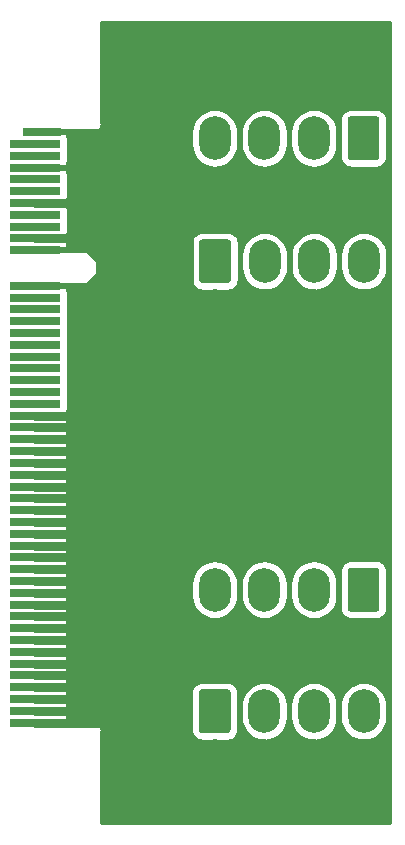
<source format=gbl>
%TF.GenerationSoftware,KiCad,Pcbnew,(5.1.10)-1*%
%TF.CreationDate,2021-09-30T13:01:54+08:00*%
%TF.ProjectId,KCORES CSPS to ATX Converter,4b434f52-4553-4204-9353-505320746f20,1.0*%
%TF.SameCoordinates,Original*%
%TF.FileFunction,Copper,L2,Bot*%
%TF.FilePolarity,Positive*%
%FSLAX46Y46*%
G04 Gerber Fmt 4.6, Leading zero omitted, Abs format (unit mm)*
G04 Created by KiCad (PCBNEW (5.1.10)-1) date 2021-09-30 13:01:54*
%MOMM*%
%LPD*%
G01*
G04 APERTURE LIST*
%TA.AperFunction,ConnectorPad*%
%ADD10R,4.300000X0.700000*%
%TD*%
%TA.AperFunction,ConnectorPad*%
%ADD11R,3.200000X0.700000*%
%TD*%
%TA.AperFunction,ComponentPad*%
%ADD12O,2.700000X3.700000*%
%TD*%
%TA.AperFunction,ViaPad*%
%ADD13C,0.800000*%
%TD*%
%TA.AperFunction,Conductor*%
%ADD14C,0.762000*%
%TD*%
%TA.AperFunction,Conductor*%
%ADD15C,0.508000*%
%TD*%
%TA.AperFunction,Conductor*%
%ADD16C,0.254000*%
%TD*%
%TA.AperFunction,Conductor*%
%ADD17C,0.100000*%
%TD*%
G04 APERTURE END LIST*
D10*
%TO.P,J1,A49*%
%TO.N,GND*%
X96381000Y-136658000D03*
%TO.P,J1,A48*%
X96381000Y-135658000D03*
%TO.P,J1,A47*%
X96381000Y-134658000D03*
%TO.P,J1,A46*%
X96381000Y-133658000D03*
%TO.P,J1,A45*%
X96381000Y-132658000D03*
%TO.P,J1,A44*%
X96381000Y-131658000D03*
%TO.P,J1,A43*%
X96381000Y-130658000D03*
%TO.P,J1,A42*%
X96381000Y-129658000D03*
%TO.P,J1,A13*%
%TO.N,Net-(J1-PadA13)*%
X96381000Y-100658000D03*
%TO.P,J1,A12*%
%TO.N,GND*%
X96381000Y-99658000D03*
%TO.P,J1,A18*%
%TO.N,Net-(J1-PadA18)*%
X96381000Y-105658000D03*
%TO.P,J1,A17*%
%TO.N,Net-(J1-PadA17)*%
X96381000Y-104658000D03*
%TO.P,J1,A16*%
%TO.N,Net-(J1-PadA16)*%
X96381000Y-103658000D03*
%TO.P,J1,A15*%
%TO.N,Net-(J1-PadA15)*%
X96381000Y-102658000D03*
%TO.P,J1,A14*%
%TO.N,Net-(J1-PadA14)*%
X96381000Y-101658000D03*
%TO.P,J1,A11*%
%TO.N,GND*%
X96381000Y-96658000D03*
%TO.P,J1,A10*%
X96381000Y-95658000D03*
%TO.P,J1,A9*%
%TO.N,Net-(J1-PadA9)*%
X96381000Y-94658000D03*
%TO.P,J1,A8*%
%TO.N,Net-(J1-PadA8)*%
X96381000Y-93658000D03*
%TO.P,J1,A7*%
%TO.N,GND*%
X96381000Y-92658000D03*
%TO.P,J1,A6*%
%TO.N,Net-(J1-PadA6)*%
X96381000Y-91658000D03*
%TO.P,J1,A5*%
%TO.N,Net-(J1-PadA5)*%
X96381000Y-90658000D03*
%TO.P,J1,A4*%
%TO.N,GND*%
X96381000Y-89658000D03*
%TO.P,J1,A3*%
%TO.N,Net-(J1-PadA3)*%
X96381000Y-88658000D03*
%TO.P,J1,A2*%
%TO.N,Net-(J1-PadA2)*%
X96381000Y-87658000D03*
D11*
%TO.P,J1,A1*%
%TO.N,GND*%
X96931000Y-86658000D03*
D10*
%TO.P,J1,A19*%
%TO.N,Net-(J1-PadA19)*%
X96381000Y-106658000D03*
%TO.P,J1,A20*%
%TO.N,Net-(J1-PadA20)*%
X96381000Y-107658000D03*
%TO.P,J1,A21*%
%TO.N,Net-(J1-PadA21)*%
X96381000Y-108658000D03*
%TO.P,J1,A22*%
%TO.N,Net-(J1-PadA22)*%
X96381000Y-109658000D03*
%TO.P,J1,A23*%
%TO.N,GND*%
X96381000Y-110658000D03*
%TO.P,J1,A24*%
X96381000Y-111658000D03*
%TO.P,J1,A25*%
X96381000Y-112658000D03*
%TO.P,J1,A26*%
X96381000Y-113658000D03*
%TO.P,J1,A27*%
X96381000Y-114658000D03*
%TO.P,J1,A28*%
X96381000Y-115658000D03*
%TO.P,J1,A29*%
X96381000Y-116658000D03*
%TO.P,J1,A30*%
X96381000Y-117658000D03*
%TO.P,J1,A31*%
X96381000Y-118658000D03*
%TO.P,J1,A32*%
X96381000Y-119658000D03*
%TO.P,J1,A33*%
X96381000Y-120658000D03*
%TO.P,J1,A34*%
X96381000Y-121658000D03*
%TO.P,J1,A35*%
X96381000Y-122658000D03*
%TO.P,J1,A36*%
X96381000Y-123658000D03*
%TO.P,J1,A37*%
X96381000Y-124658000D03*
%TO.P,J1,A38*%
X96381000Y-125658000D03*
%TO.P,J1,A39*%
X96381000Y-126658000D03*
%TO.P,J1,A40*%
X96381000Y-127658000D03*
%TO.P,J1,A41*%
X96381000Y-128658000D03*
%TD*%
D12*
%TO.P,J6,8*%
%TO.N,GND*%
X111594000Y-121193000D03*
%TO.P,J6,7*%
X115794000Y-121193000D03*
%TO.P,J6,6*%
X119994000Y-121193000D03*
%TO.P,J6,5*%
X124194000Y-121193000D03*
%TO.P,J6,4*%
%TO.N,+12V*%
X111594000Y-125393000D03*
%TO.P,J6,3*%
X115794000Y-125393000D03*
%TO.P,J6,1*%
%TA.AperFunction,ComponentPad*%
G36*
G01*
X125544000Y-123794100D02*
X125544000Y-126991900D01*
G75*
G02*
X125292900Y-127243000I-251100J0D01*
G01*
X123095100Y-127243000D01*
G75*
G02*
X122844000Y-126991900I0J251100D01*
G01*
X122844000Y-123794100D01*
G75*
G02*
X123095100Y-123543000I251100J0D01*
G01*
X125292900Y-123543000D01*
G75*
G02*
X125544000Y-123794100I0J-251100D01*
G01*
G37*
%TD.AperFunction*%
%TO.P,J6,2*%
X119994000Y-125393000D03*
%TD*%
%TO.P,J5,8*%
%TO.N,GND*%
X111594000Y-82966000D03*
%TO.P,J5,7*%
X115794000Y-82966000D03*
%TO.P,J5,6*%
X119994000Y-82966000D03*
%TO.P,J5,5*%
X124194000Y-82966000D03*
%TO.P,J5,4*%
%TO.N,+12V*%
X111594000Y-87166000D03*
%TO.P,J5,3*%
X115794000Y-87166000D03*
%TO.P,J5,1*%
%TA.AperFunction,ComponentPad*%
G36*
G01*
X125544000Y-85567100D02*
X125544000Y-88764900D01*
G75*
G02*
X125292900Y-89016000I-251100J0D01*
G01*
X123095100Y-89016000D01*
G75*
G02*
X122844000Y-88764900I0J251100D01*
G01*
X122844000Y-85567100D01*
G75*
G02*
X123095100Y-85316000I251100J0D01*
G01*
X125292900Y-85316000D01*
G75*
G02*
X125544000Y-85567100I0J-251100D01*
G01*
G37*
%TD.AperFunction*%
%TO.P,J5,2*%
X119994000Y-87166000D03*
%TD*%
%TO.P,J4,8*%
%TO.N,GND*%
X124194000Y-139880000D03*
%TO.P,J4,7*%
X119994000Y-139880000D03*
%TO.P,J4,6*%
X115794000Y-139880000D03*
%TO.P,J4,5*%
X111594000Y-139880000D03*
%TO.P,J4,4*%
%TO.N,+12V*%
X124194000Y-135680000D03*
%TO.P,J4,3*%
X119994000Y-135680000D03*
%TO.P,J4,1*%
%TA.AperFunction,ComponentPad*%
G36*
G01*
X110244000Y-137278900D02*
X110244000Y-134081100D01*
G75*
G02*
X110495100Y-133830000I251100J0D01*
G01*
X112692900Y-133830000D01*
G75*
G02*
X112944000Y-134081100I0J-251100D01*
G01*
X112944000Y-137278900D01*
G75*
G02*
X112692900Y-137530000I-251100J0D01*
G01*
X110495100Y-137530000D01*
G75*
G02*
X110244000Y-137278900I0J251100D01*
G01*
G37*
%TD.AperFunction*%
%TO.P,J4,2*%
X115794000Y-135680000D03*
%TD*%
%TO.P,J3,8*%
%TO.N,GND*%
X124221000Y-101780000D03*
%TO.P,J3,7*%
X120021000Y-101780000D03*
%TO.P,J3,6*%
X115821000Y-101780000D03*
%TO.P,J3,5*%
X111621000Y-101780000D03*
%TO.P,J3,4*%
%TO.N,+12V*%
X124221000Y-97580000D03*
%TO.P,J3,3*%
X120021000Y-97580000D03*
%TO.P,J3,1*%
%TA.AperFunction,ComponentPad*%
G36*
G01*
X110271000Y-99178900D02*
X110271000Y-95981100D01*
G75*
G02*
X110522100Y-95730000I251100J0D01*
G01*
X112719900Y-95730000D01*
G75*
G02*
X112971000Y-95981100I0J-251100D01*
G01*
X112971000Y-99178900D01*
G75*
G02*
X112719900Y-99430000I-251100J0D01*
G01*
X110522100Y-99430000D01*
G75*
G02*
X110271000Y-99178900I0J251100D01*
G01*
G37*
%TD.AperFunction*%
%TO.P,J3,2*%
X115821000Y-97580000D03*
%TD*%
D13*
%TO.N,GND*%
X101207000Y-99612000D03*
X99683000Y-100628000D03*
X99937000Y-91230000D03*
X100953000Y-92119000D03*
X100953000Y-90468000D03*
X99937000Y-94405000D03*
X100953000Y-95294000D03*
X100953000Y-93643000D03*
X99937000Y-95929000D03*
X99937000Y-92754000D03*
X100953000Y-87166000D03*
X99937000Y-87928000D03*
X100953000Y-88817000D03*
X99937000Y-89452000D03*
%TD*%
D14*
%TO.N,GND*%
X96381000Y-136658000D02*
X102007000Y-136658000D01*
X96381000Y-135658000D02*
X101356000Y-135658000D01*
X96381000Y-134658000D02*
X101201000Y-134658000D01*
X96381000Y-133658000D02*
X101197000Y-133658000D01*
X96381000Y-132658000D02*
X101181000Y-132658000D01*
X96381000Y-131658000D02*
X100911000Y-131658000D01*
X96381000Y-130658000D02*
X100895000Y-130658000D01*
X96381000Y-129658000D02*
X100879000Y-129658000D01*
X96381000Y-128658000D02*
X100609000Y-128658000D01*
X96381000Y-127658000D02*
X100678000Y-127658000D01*
X96381000Y-126658000D02*
X100440000Y-126658000D01*
X96381000Y-125658000D02*
X100180000Y-125658000D01*
X96381000Y-124658000D02*
X100291000Y-124658000D01*
X96381000Y-123658000D02*
X100021000Y-123658000D01*
X96381000Y-122658000D02*
X100386000Y-122658000D01*
X96381000Y-121658000D02*
X100266000Y-121658000D01*
X96381000Y-120658000D02*
X100282000Y-120658000D01*
X96381000Y-119658000D02*
X100425000Y-119658000D01*
X96381000Y-118658000D02*
X100322000Y-118658000D01*
X96381000Y-117658000D02*
X100560000Y-117658000D01*
X96381000Y-116658000D02*
X100163000Y-116658000D01*
X96381000Y-115658000D02*
X100274000Y-115658000D01*
X96381000Y-114658000D02*
X100258000Y-114658000D01*
X96381000Y-113658000D02*
X100394000Y-113658000D01*
X96381000Y-112658000D02*
X100226000Y-112658000D01*
X96381000Y-111658000D02*
X100426000Y-111658000D01*
X96381000Y-110658000D02*
X100315000Y-110658000D01*
D15*
X100874003Y-96658000D02*
X96381000Y-96658000D01*
X101803979Y-97587976D02*
X100874003Y-96658000D01*
X101803979Y-98728023D02*
X101803979Y-97587976D01*
X100874002Y-99658000D02*
X101803979Y-98728023D01*
X96381000Y-99658000D02*
X100874002Y-99658000D01*
D14*
X96381000Y-95658000D02*
X101444000Y-95658000D01*
X96381000Y-92658000D02*
X101049000Y-92658000D01*
D15*
X96931000Y-86658000D02*
X100953000Y-86658000D01*
X96381000Y-89658000D02*
X100874000Y-89658000D01*
X100953000Y-86658000D02*
X101588000Y-86658000D01*
%TD*%
D16*
%TO.N,GND*%
X126455000Y-145180000D02*
X101991000Y-145180000D01*
X101991000Y-137492022D01*
X102006088Y-137442283D01*
X102019314Y-137308000D01*
X102006088Y-137173717D01*
X101966919Y-137044594D01*
X101903312Y-136925593D01*
X101817711Y-136821289D01*
X101713407Y-136735688D01*
X101594406Y-136672081D01*
X101465283Y-136632912D01*
X101364647Y-136623000D01*
X99048000Y-136623000D01*
X99048000Y-134081100D01*
X109605928Y-134081100D01*
X109605928Y-137278900D01*
X109623013Y-137452369D01*
X109673612Y-137619171D01*
X109755781Y-137772897D01*
X109866360Y-137907640D01*
X110001103Y-138018219D01*
X110154829Y-138100388D01*
X110321631Y-138150987D01*
X110495100Y-138168072D01*
X112692900Y-138168072D01*
X112866369Y-138150987D01*
X113033171Y-138100388D01*
X113186897Y-138018219D01*
X113321640Y-137907640D01*
X113432219Y-137772897D01*
X113514388Y-137619171D01*
X113564987Y-137452369D01*
X113582072Y-137278900D01*
X113582072Y-135082491D01*
X113809000Y-135082491D01*
X113809000Y-136277510D01*
X113837722Y-136569128D01*
X113951226Y-136943302D01*
X114135548Y-137288143D01*
X114383603Y-137590398D01*
X114685858Y-137838453D01*
X115030699Y-138022774D01*
X115404873Y-138136278D01*
X115794000Y-138174604D01*
X116183128Y-138136278D01*
X116557302Y-138022774D01*
X116902143Y-137838453D01*
X117204398Y-137590398D01*
X117452453Y-137288143D01*
X117636774Y-136943302D01*
X117750278Y-136569127D01*
X117779000Y-136277509D01*
X117779000Y-135082491D01*
X118009000Y-135082491D01*
X118009000Y-136277510D01*
X118037722Y-136569128D01*
X118151226Y-136943302D01*
X118335548Y-137288143D01*
X118583603Y-137590398D01*
X118885858Y-137838453D01*
X119230699Y-138022774D01*
X119604873Y-138136278D01*
X119994000Y-138174604D01*
X120383128Y-138136278D01*
X120757302Y-138022774D01*
X121102143Y-137838453D01*
X121404398Y-137590398D01*
X121652453Y-137288143D01*
X121836774Y-136943302D01*
X121950278Y-136569127D01*
X121979000Y-136277509D01*
X121979000Y-135082491D01*
X122209000Y-135082491D01*
X122209000Y-136277510D01*
X122237722Y-136569128D01*
X122351226Y-136943302D01*
X122535548Y-137288143D01*
X122783603Y-137590398D01*
X123085858Y-137838453D01*
X123430699Y-138022774D01*
X123804873Y-138136278D01*
X124194000Y-138174604D01*
X124583128Y-138136278D01*
X124957302Y-138022774D01*
X125302143Y-137838453D01*
X125604398Y-137590398D01*
X125852453Y-137288143D01*
X126036774Y-136943302D01*
X126150278Y-136569127D01*
X126179000Y-136277509D01*
X126179000Y-135082490D01*
X126150278Y-134790872D01*
X126036774Y-134416698D01*
X125852453Y-134071857D01*
X125604398Y-133769602D01*
X125302143Y-133521547D01*
X124957301Y-133337226D01*
X124583127Y-133223722D01*
X124194000Y-133185396D01*
X123804872Y-133223722D01*
X123430698Y-133337226D01*
X123085857Y-133521547D01*
X122783602Y-133769602D01*
X122535547Y-134071857D01*
X122351226Y-134416699D01*
X122237722Y-134790873D01*
X122209000Y-135082491D01*
X121979000Y-135082491D01*
X121979000Y-135082490D01*
X121950278Y-134790872D01*
X121836774Y-134416698D01*
X121652453Y-134071857D01*
X121404398Y-133769602D01*
X121102143Y-133521547D01*
X120757301Y-133337226D01*
X120383127Y-133223722D01*
X119994000Y-133185396D01*
X119604872Y-133223722D01*
X119230698Y-133337226D01*
X118885857Y-133521547D01*
X118583602Y-133769602D01*
X118335547Y-134071857D01*
X118151226Y-134416699D01*
X118037722Y-134790873D01*
X118009000Y-135082491D01*
X117779000Y-135082491D01*
X117779000Y-135082490D01*
X117750278Y-134790872D01*
X117636774Y-134416698D01*
X117452453Y-134071857D01*
X117204398Y-133769602D01*
X116902143Y-133521547D01*
X116557301Y-133337226D01*
X116183127Y-133223722D01*
X115794000Y-133185396D01*
X115404872Y-133223722D01*
X115030698Y-133337226D01*
X114685857Y-133521547D01*
X114383602Y-133769602D01*
X114135547Y-134071857D01*
X113951226Y-134416699D01*
X113837722Y-134790873D01*
X113809000Y-135082491D01*
X113582072Y-135082491D01*
X113582072Y-134081100D01*
X113564987Y-133907631D01*
X113514388Y-133740829D01*
X113432219Y-133587103D01*
X113321640Y-133452360D01*
X113186897Y-133341781D01*
X113033171Y-133259612D01*
X112866369Y-133209013D01*
X112692900Y-133191928D01*
X110495100Y-133191928D01*
X110321631Y-133209013D01*
X110154829Y-133259612D01*
X110001103Y-133341781D01*
X109866360Y-133452360D01*
X109755781Y-133587103D01*
X109673612Y-133740829D01*
X109623013Y-133907631D01*
X109605928Y-134081100D01*
X99048000Y-134081100D01*
X99048000Y-124795490D01*
X109609000Y-124795490D01*
X109609000Y-125990509D01*
X109637722Y-126282127D01*
X109751226Y-126656301D01*
X109935547Y-127001143D01*
X110183602Y-127303398D01*
X110485857Y-127551453D01*
X110830698Y-127735774D01*
X111204872Y-127849278D01*
X111594000Y-127887604D01*
X111983127Y-127849278D01*
X112357301Y-127735774D01*
X112702143Y-127551453D01*
X113004398Y-127303398D01*
X113252453Y-127001143D01*
X113436774Y-126656302D01*
X113550278Y-126282128D01*
X113579000Y-125990510D01*
X113579000Y-124795491D01*
X113579000Y-124795490D01*
X113809000Y-124795490D01*
X113809000Y-125990509D01*
X113837722Y-126282127D01*
X113951226Y-126656301D01*
X114135547Y-127001143D01*
X114383602Y-127303398D01*
X114685857Y-127551453D01*
X115030698Y-127735774D01*
X115404872Y-127849278D01*
X115794000Y-127887604D01*
X116183127Y-127849278D01*
X116557301Y-127735774D01*
X116902143Y-127551453D01*
X117204398Y-127303398D01*
X117452453Y-127001143D01*
X117636774Y-126656302D01*
X117750278Y-126282128D01*
X117779000Y-125990510D01*
X117779000Y-124795491D01*
X117779000Y-124795490D01*
X118009000Y-124795490D01*
X118009000Y-125990509D01*
X118037722Y-126282127D01*
X118151226Y-126656301D01*
X118335547Y-127001143D01*
X118583602Y-127303398D01*
X118885857Y-127551453D01*
X119230698Y-127735774D01*
X119604872Y-127849278D01*
X119994000Y-127887604D01*
X120383127Y-127849278D01*
X120757301Y-127735774D01*
X121102143Y-127551453D01*
X121404398Y-127303398D01*
X121652453Y-127001143D01*
X121836774Y-126656302D01*
X121950278Y-126282128D01*
X121979000Y-125990510D01*
X121979000Y-124795491D01*
X121950278Y-124503873D01*
X121836774Y-124129698D01*
X121657394Y-123794100D01*
X122205928Y-123794100D01*
X122205928Y-126991900D01*
X122223013Y-127165369D01*
X122273612Y-127332171D01*
X122355781Y-127485897D01*
X122466360Y-127620640D01*
X122601103Y-127731219D01*
X122754829Y-127813388D01*
X122921631Y-127863987D01*
X123095100Y-127881072D01*
X125292900Y-127881072D01*
X125466369Y-127863987D01*
X125633171Y-127813388D01*
X125786897Y-127731219D01*
X125921640Y-127620640D01*
X126032219Y-127485897D01*
X126114388Y-127332171D01*
X126164987Y-127165369D01*
X126182072Y-126991900D01*
X126182072Y-123794100D01*
X126164987Y-123620631D01*
X126114388Y-123453829D01*
X126032219Y-123300103D01*
X125921640Y-123165360D01*
X125786897Y-123054781D01*
X125633171Y-122972612D01*
X125466369Y-122922013D01*
X125292900Y-122904928D01*
X123095100Y-122904928D01*
X122921631Y-122922013D01*
X122754829Y-122972612D01*
X122601103Y-123054781D01*
X122466360Y-123165360D01*
X122355781Y-123300103D01*
X122273612Y-123453829D01*
X122223013Y-123620631D01*
X122205928Y-123794100D01*
X121657394Y-123794100D01*
X121652453Y-123784857D01*
X121404398Y-123482602D01*
X121102143Y-123234547D01*
X120757302Y-123050226D01*
X120383128Y-122936722D01*
X119994000Y-122898396D01*
X119604873Y-122936722D01*
X119230699Y-123050226D01*
X118885858Y-123234547D01*
X118583603Y-123482602D01*
X118335548Y-123784857D01*
X118151226Y-124129698D01*
X118037722Y-124503872D01*
X118009000Y-124795490D01*
X117779000Y-124795490D01*
X117750278Y-124503873D01*
X117636774Y-124129698D01*
X117452453Y-123784857D01*
X117204398Y-123482602D01*
X116902143Y-123234547D01*
X116557302Y-123050226D01*
X116183128Y-122936722D01*
X115794000Y-122898396D01*
X115404873Y-122936722D01*
X115030699Y-123050226D01*
X114685858Y-123234547D01*
X114383603Y-123482602D01*
X114135548Y-123784857D01*
X113951226Y-124129698D01*
X113837722Y-124503872D01*
X113809000Y-124795490D01*
X113579000Y-124795490D01*
X113550278Y-124503873D01*
X113436774Y-124129698D01*
X113252453Y-123784857D01*
X113004398Y-123482602D01*
X112702143Y-123234547D01*
X112357302Y-123050226D01*
X111983128Y-122936722D01*
X111594000Y-122898396D01*
X111204873Y-122936722D01*
X110830699Y-123050226D01*
X110485858Y-123234547D01*
X110183603Y-123482602D01*
X109935548Y-123784857D01*
X109751226Y-124129698D01*
X109637722Y-124503872D01*
X109609000Y-124795490D01*
X99048000Y-124795490D01*
X99048000Y-110378989D01*
X99061537Y-110362494D01*
X99120502Y-110252180D01*
X99156812Y-110132482D01*
X99169072Y-110008000D01*
X99169072Y-109308000D01*
X99156812Y-109183518D01*
X99149071Y-109158000D01*
X99156812Y-109132482D01*
X99169072Y-109008000D01*
X99169072Y-108308000D01*
X99156812Y-108183518D01*
X99149071Y-108158000D01*
X99156812Y-108132482D01*
X99169072Y-108008000D01*
X99169072Y-107308000D01*
X99156812Y-107183518D01*
X99149071Y-107158000D01*
X99156812Y-107132482D01*
X99169072Y-107008000D01*
X99169072Y-106308000D01*
X99156812Y-106183518D01*
X99149071Y-106158000D01*
X99156812Y-106132482D01*
X99169072Y-106008000D01*
X99169072Y-105308000D01*
X99156812Y-105183518D01*
X99149071Y-105158000D01*
X99156812Y-105132482D01*
X99169072Y-105008000D01*
X99169072Y-104308000D01*
X99156812Y-104183518D01*
X99149071Y-104158000D01*
X99156812Y-104132482D01*
X99169072Y-104008000D01*
X99169072Y-103308000D01*
X99156812Y-103183518D01*
X99149071Y-103158000D01*
X99156812Y-103132482D01*
X99169072Y-103008000D01*
X99169072Y-102308000D01*
X99156812Y-102183518D01*
X99149071Y-102158000D01*
X99156812Y-102132482D01*
X99169072Y-102008000D01*
X99169072Y-101308000D01*
X99156812Y-101183518D01*
X99149071Y-101158000D01*
X99156812Y-101132482D01*
X99169072Y-101008000D01*
X99169072Y-100308000D01*
X99156812Y-100183518D01*
X99120502Y-100063820D01*
X99061537Y-99953506D01*
X99048000Y-99937011D01*
X99048000Y-99793000D01*
X100414647Y-99793000D01*
X100448781Y-99789638D01*
X100461108Y-99789638D01*
X100470620Y-99788638D01*
X100654871Y-99767971D01*
X100715628Y-99755057D01*
X100776500Y-99743004D01*
X100785633Y-99740177D01*
X100785639Y-99740176D01*
X100785645Y-99740174D01*
X100962366Y-99684115D01*
X101019420Y-99659662D01*
X101076833Y-99635998D01*
X101085247Y-99631449D01*
X101247721Y-99542128D01*
X101298976Y-99507033D01*
X101350660Y-99472694D01*
X101358030Y-99466597D01*
X101500060Y-99347419D01*
X101543517Y-99303042D01*
X101587550Y-99259315D01*
X101593595Y-99251904D01*
X101709772Y-99107409D01*
X101743751Y-99055484D01*
X101778485Y-99003988D01*
X101782975Y-98995544D01*
X101868874Y-98831235D01*
X101892139Y-98773651D01*
X101916191Y-98716435D01*
X101918955Y-98707279D01*
X101971303Y-98529416D01*
X101982942Y-98468401D01*
X101995420Y-98407614D01*
X101996354Y-98398096D01*
X102013158Y-98213452D01*
X102012724Y-98151362D01*
X102013157Y-98089283D01*
X102012224Y-98079764D01*
X101992843Y-97895372D01*
X101980362Y-97834569D01*
X101968727Y-97773574D01*
X101965962Y-97764418D01*
X101965961Y-97764413D01*
X101965959Y-97764408D01*
X101911136Y-97587302D01*
X101887073Y-97530057D01*
X101863819Y-97472502D01*
X101859329Y-97464058D01*
X101771145Y-97300965D01*
X101736437Y-97249508D01*
X101702431Y-97197542D01*
X101696386Y-97190130D01*
X101578202Y-97047271D01*
X101534150Y-97003526D01*
X101490712Y-96959168D01*
X101483343Y-96953072D01*
X101483340Y-96953069D01*
X101483336Y-96953067D01*
X101339663Y-96835889D01*
X101287956Y-96801535D01*
X101236725Y-96766456D01*
X101228315Y-96761908D01*
X101228307Y-96761904D01*
X101064606Y-96674863D01*
X101007228Y-96651213D01*
X100950138Y-96626745D01*
X100941002Y-96623917D01*
X100763508Y-96570329D01*
X100702627Y-96558274D01*
X100641881Y-96545362D01*
X100632369Y-96544362D01*
X100447846Y-96526269D01*
X100447837Y-96526269D01*
X100414647Y-96523000D01*
X99048000Y-96523000D01*
X99048000Y-95981100D01*
X109632928Y-95981100D01*
X109632928Y-99178900D01*
X109650013Y-99352369D01*
X109700612Y-99519171D01*
X109782781Y-99672897D01*
X109893360Y-99807640D01*
X110028103Y-99918219D01*
X110181829Y-100000388D01*
X110348631Y-100050987D01*
X110522100Y-100068072D01*
X112719900Y-100068072D01*
X112893369Y-100050987D01*
X113060171Y-100000388D01*
X113213897Y-99918219D01*
X113348640Y-99807640D01*
X113459219Y-99672897D01*
X113541388Y-99519171D01*
X113591987Y-99352369D01*
X113609072Y-99178900D01*
X113609072Y-96982491D01*
X113836000Y-96982491D01*
X113836000Y-98177510D01*
X113864722Y-98469128D01*
X113978226Y-98843302D01*
X114162548Y-99188143D01*
X114410603Y-99490398D01*
X114712858Y-99738453D01*
X115057699Y-99922774D01*
X115431873Y-100036278D01*
X115821000Y-100074604D01*
X116210128Y-100036278D01*
X116584302Y-99922774D01*
X116929143Y-99738453D01*
X117231398Y-99490398D01*
X117479453Y-99188143D01*
X117663774Y-98843302D01*
X117777278Y-98469127D01*
X117806000Y-98177509D01*
X117806000Y-96982491D01*
X118036000Y-96982491D01*
X118036000Y-98177510D01*
X118064722Y-98469128D01*
X118178226Y-98843302D01*
X118362548Y-99188143D01*
X118610603Y-99490398D01*
X118912858Y-99738453D01*
X119257699Y-99922774D01*
X119631873Y-100036278D01*
X120021000Y-100074604D01*
X120410128Y-100036278D01*
X120784302Y-99922774D01*
X121129143Y-99738453D01*
X121431398Y-99490398D01*
X121679453Y-99188143D01*
X121863774Y-98843302D01*
X121977278Y-98469127D01*
X122006000Y-98177509D01*
X122006000Y-96982491D01*
X122236000Y-96982491D01*
X122236000Y-98177510D01*
X122264722Y-98469128D01*
X122378226Y-98843302D01*
X122562548Y-99188143D01*
X122810603Y-99490398D01*
X123112858Y-99738453D01*
X123457699Y-99922774D01*
X123831873Y-100036278D01*
X124221000Y-100074604D01*
X124610128Y-100036278D01*
X124984302Y-99922774D01*
X125329143Y-99738453D01*
X125631398Y-99490398D01*
X125879453Y-99188143D01*
X126063774Y-98843302D01*
X126177278Y-98469127D01*
X126206000Y-98177509D01*
X126206000Y-96982490D01*
X126177278Y-96690872D01*
X126063774Y-96316698D01*
X125879453Y-95971857D01*
X125631398Y-95669602D01*
X125329143Y-95421547D01*
X124984301Y-95237226D01*
X124610127Y-95123722D01*
X124221000Y-95085396D01*
X123831872Y-95123722D01*
X123457698Y-95237226D01*
X123112857Y-95421547D01*
X122810602Y-95669602D01*
X122562547Y-95971857D01*
X122378226Y-96316699D01*
X122264722Y-96690873D01*
X122236000Y-96982491D01*
X122006000Y-96982491D01*
X122006000Y-96982490D01*
X121977278Y-96690872D01*
X121863774Y-96316698D01*
X121679453Y-95971857D01*
X121431398Y-95669602D01*
X121129143Y-95421547D01*
X120784301Y-95237226D01*
X120410127Y-95123722D01*
X120021000Y-95085396D01*
X119631872Y-95123722D01*
X119257698Y-95237226D01*
X118912857Y-95421547D01*
X118610602Y-95669602D01*
X118362547Y-95971857D01*
X118178226Y-96316699D01*
X118064722Y-96690873D01*
X118036000Y-96982491D01*
X117806000Y-96982491D01*
X117806000Y-96982490D01*
X117777278Y-96690872D01*
X117663774Y-96316698D01*
X117479453Y-95971857D01*
X117231398Y-95669602D01*
X116929143Y-95421547D01*
X116584301Y-95237226D01*
X116210127Y-95123722D01*
X115821000Y-95085396D01*
X115431872Y-95123722D01*
X115057698Y-95237226D01*
X114712857Y-95421547D01*
X114410602Y-95669602D01*
X114162547Y-95971857D01*
X113978226Y-96316699D01*
X113864722Y-96690873D01*
X113836000Y-96982491D01*
X113609072Y-96982491D01*
X113609072Y-95981100D01*
X113591987Y-95807631D01*
X113541388Y-95640829D01*
X113459219Y-95487103D01*
X113348640Y-95352360D01*
X113213897Y-95241781D01*
X113060171Y-95159612D01*
X112893369Y-95109013D01*
X112719900Y-95091928D01*
X110522100Y-95091928D01*
X110348631Y-95109013D01*
X110181829Y-95159612D01*
X110028103Y-95241781D01*
X109893360Y-95352360D01*
X109782781Y-95487103D01*
X109700612Y-95640829D01*
X109650013Y-95807631D01*
X109632928Y-95981100D01*
X99048000Y-95981100D01*
X99048000Y-95378989D01*
X99061537Y-95362494D01*
X99120502Y-95252180D01*
X99156812Y-95132482D01*
X99169072Y-95008000D01*
X99169072Y-94308000D01*
X99156812Y-94183518D01*
X99149071Y-94158000D01*
X99156812Y-94132482D01*
X99169072Y-94008000D01*
X99169072Y-93308000D01*
X99156812Y-93183518D01*
X99120502Y-93063820D01*
X99061537Y-92953506D01*
X99048000Y-92937011D01*
X99048000Y-92378989D01*
X99061537Y-92362494D01*
X99120502Y-92252180D01*
X99156812Y-92132482D01*
X99169072Y-92008000D01*
X99169072Y-91308000D01*
X99156812Y-91183518D01*
X99149071Y-91158000D01*
X99156812Y-91132482D01*
X99169072Y-91008000D01*
X99169072Y-90308000D01*
X99156812Y-90183518D01*
X99120502Y-90063820D01*
X99061537Y-89953506D01*
X99048000Y-89937011D01*
X99048000Y-89378989D01*
X99061537Y-89362494D01*
X99120502Y-89252180D01*
X99156812Y-89132482D01*
X99169072Y-89008000D01*
X99169072Y-88308000D01*
X99156812Y-88183518D01*
X99149071Y-88158000D01*
X99156812Y-88132482D01*
X99169072Y-88008000D01*
X99169072Y-87308000D01*
X99156812Y-87183518D01*
X99120502Y-87063820D01*
X99061537Y-86953506D01*
X99048000Y-86937011D01*
X99048000Y-86693000D01*
X101364647Y-86693000D01*
X101465283Y-86683088D01*
X101594406Y-86643919D01*
X101713407Y-86580312D01*
X101727811Y-86568490D01*
X109609000Y-86568490D01*
X109609000Y-87763509D01*
X109637722Y-88055127D01*
X109751226Y-88429301D01*
X109935547Y-88774143D01*
X110183602Y-89076398D01*
X110485857Y-89324453D01*
X110830698Y-89508774D01*
X111204872Y-89622278D01*
X111594000Y-89660604D01*
X111983127Y-89622278D01*
X112357301Y-89508774D01*
X112702143Y-89324453D01*
X113004398Y-89076398D01*
X113252453Y-88774143D01*
X113436774Y-88429302D01*
X113550278Y-88055128D01*
X113579000Y-87763510D01*
X113579000Y-86568491D01*
X113579000Y-86568490D01*
X113809000Y-86568490D01*
X113809000Y-87763509D01*
X113837722Y-88055127D01*
X113951226Y-88429301D01*
X114135547Y-88774143D01*
X114383602Y-89076398D01*
X114685857Y-89324453D01*
X115030698Y-89508774D01*
X115404872Y-89622278D01*
X115794000Y-89660604D01*
X116183127Y-89622278D01*
X116557301Y-89508774D01*
X116902143Y-89324453D01*
X117204398Y-89076398D01*
X117452453Y-88774143D01*
X117636774Y-88429302D01*
X117750278Y-88055128D01*
X117779000Y-87763510D01*
X117779000Y-86568491D01*
X117779000Y-86568490D01*
X118009000Y-86568490D01*
X118009000Y-87763509D01*
X118037722Y-88055127D01*
X118151226Y-88429301D01*
X118335547Y-88774143D01*
X118583602Y-89076398D01*
X118885857Y-89324453D01*
X119230698Y-89508774D01*
X119604872Y-89622278D01*
X119994000Y-89660604D01*
X120383127Y-89622278D01*
X120757301Y-89508774D01*
X121102143Y-89324453D01*
X121404398Y-89076398D01*
X121652453Y-88774143D01*
X121836774Y-88429302D01*
X121950278Y-88055128D01*
X121979000Y-87763510D01*
X121979000Y-86568491D01*
X121950278Y-86276873D01*
X121836774Y-85902698D01*
X121657394Y-85567100D01*
X122205928Y-85567100D01*
X122205928Y-88764900D01*
X122223013Y-88938369D01*
X122273612Y-89105171D01*
X122355781Y-89258897D01*
X122466360Y-89393640D01*
X122601103Y-89504219D01*
X122754829Y-89586388D01*
X122921631Y-89636987D01*
X123095100Y-89654072D01*
X125292900Y-89654072D01*
X125466369Y-89636987D01*
X125633171Y-89586388D01*
X125786897Y-89504219D01*
X125921640Y-89393640D01*
X126032219Y-89258897D01*
X126114388Y-89105171D01*
X126164987Y-88938369D01*
X126182072Y-88764900D01*
X126182072Y-85567100D01*
X126164987Y-85393631D01*
X126114388Y-85226829D01*
X126032219Y-85073103D01*
X125921640Y-84938360D01*
X125786897Y-84827781D01*
X125633171Y-84745612D01*
X125466369Y-84695013D01*
X125292900Y-84677928D01*
X123095100Y-84677928D01*
X122921631Y-84695013D01*
X122754829Y-84745612D01*
X122601103Y-84827781D01*
X122466360Y-84938360D01*
X122355781Y-85073103D01*
X122273612Y-85226829D01*
X122223013Y-85393631D01*
X122205928Y-85567100D01*
X121657394Y-85567100D01*
X121652453Y-85557857D01*
X121404398Y-85255602D01*
X121102143Y-85007547D01*
X120757302Y-84823226D01*
X120383128Y-84709722D01*
X119994000Y-84671396D01*
X119604873Y-84709722D01*
X119230699Y-84823226D01*
X118885858Y-85007547D01*
X118583603Y-85255602D01*
X118335548Y-85557857D01*
X118151226Y-85902698D01*
X118037722Y-86276872D01*
X118009000Y-86568490D01*
X117779000Y-86568490D01*
X117750278Y-86276873D01*
X117636774Y-85902698D01*
X117452453Y-85557857D01*
X117204398Y-85255602D01*
X116902143Y-85007547D01*
X116557302Y-84823226D01*
X116183128Y-84709722D01*
X115794000Y-84671396D01*
X115404873Y-84709722D01*
X115030699Y-84823226D01*
X114685858Y-85007547D01*
X114383603Y-85255602D01*
X114135548Y-85557857D01*
X113951226Y-85902698D01*
X113837722Y-86276872D01*
X113809000Y-86568490D01*
X113579000Y-86568490D01*
X113550278Y-86276873D01*
X113436774Y-85902698D01*
X113252453Y-85557857D01*
X113004398Y-85255602D01*
X112702143Y-85007547D01*
X112357302Y-84823226D01*
X111983128Y-84709722D01*
X111594000Y-84671396D01*
X111204873Y-84709722D01*
X110830699Y-84823226D01*
X110485858Y-85007547D01*
X110183603Y-85255602D01*
X109935548Y-85557857D01*
X109751226Y-85902698D01*
X109637722Y-86276872D01*
X109609000Y-86568490D01*
X101727811Y-86568490D01*
X101817711Y-86494711D01*
X101903312Y-86390407D01*
X101966919Y-86271406D01*
X102006088Y-86142283D01*
X102019314Y-86008000D01*
X102006088Y-85873717D01*
X101991058Y-85824171D01*
X101993788Y-77310000D01*
X126455001Y-77310000D01*
X126455000Y-145180000D01*
%TA.AperFunction,Conductor*%
D17*
G36*
X126455000Y-145180000D02*
G01*
X101991000Y-145180000D01*
X101991000Y-137492022D01*
X102006088Y-137442283D01*
X102019314Y-137308000D01*
X102006088Y-137173717D01*
X101966919Y-137044594D01*
X101903312Y-136925593D01*
X101817711Y-136821289D01*
X101713407Y-136735688D01*
X101594406Y-136672081D01*
X101465283Y-136632912D01*
X101364647Y-136623000D01*
X99048000Y-136623000D01*
X99048000Y-134081100D01*
X109605928Y-134081100D01*
X109605928Y-137278900D01*
X109623013Y-137452369D01*
X109673612Y-137619171D01*
X109755781Y-137772897D01*
X109866360Y-137907640D01*
X110001103Y-138018219D01*
X110154829Y-138100388D01*
X110321631Y-138150987D01*
X110495100Y-138168072D01*
X112692900Y-138168072D01*
X112866369Y-138150987D01*
X113033171Y-138100388D01*
X113186897Y-138018219D01*
X113321640Y-137907640D01*
X113432219Y-137772897D01*
X113514388Y-137619171D01*
X113564987Y-137452369D01*
X113582072Y-137278900D01*
X113582072Y-135082491D01*
X113809000Y-135082491D01*
X113809000Y-136277510D01*
X113837722Y-136569128D01*
X113951226Y-136943302D01*
X114135548Y-137288143D01*
X114383603Y-137590398D01*
X114685858Y-137838453D01*
X115030699Y-138022774D01*
X115404873Y-138136278D01*
X115794000Y-138174604D01*
X116183128Y-138136278D01*
X116557302Y-138022774D01*
X116902143Y-137838453D01*
X117204398Y-137590398D01*
X117452453Y-137288143D01*
X117636774Y-136943302D01*
X117750278Y-136569127D01*
X117779000Y-136277509D01*
X117779000Y-135082491D01*
X118009000Y-135082491D01*
X118009000Y-136277510D01*
X118037722Y-136569128D01*
X118151226Y-136943302D01*
X118335548Y-137288143D01*
X118583603Y-137590398D01*
X118885858Y-137838453D01*
X119230699Y-138022774D01*
X119604873Y-138136278D01*
X119994000Y-138174604D01*
X120383128Y-138136278D01*
X120757302Y-138022774D01*
X121102143Y-137838453D01*
X121404398Y-137590398D01*
X121652453Y-137288143D01*
X121836774Y-136943302D01*
X121950278Y-136569127D01*
X121979000Y-136277509D01*
X121979000Y-135082491D01*
X122209000Y-135082491D01*
X122209000Y-136277510D01*
X122237722Y-136569128D01*
X122351226Y-136943302D01*
X122535548Y-137288143D01*
X122783603Y-137590398D01*
X123085858Y-137838453D01*
X123430699Y-138022774D01*
X123804873Y-138136278D01*
X124194000Y-138174604D01*
X124583128Y-138136278D01*
X124957302Y-138022774D01*
X125302143Y-137838453D01*
X125604398Y-137590398D01*
X125852453Y-137288143D01*
X126036774Y-136943302D01*
X126150278Y-136569127D01*
X126179000Y-136277509D01*
X126179000Y-135082490D01*
X126150278Y-134790872D01*
X126036774Y-134416698D01*
X125852453Y-134071857D01*
X125604398Y-133769602D01*
X125302143Y-133521547D01*
X124957301Y-133337226D01*
X124583127Y-133223722D01*
X124194000Y-133185396D01*
X123804872Y-133223722D01*
X123430698Y-133337226D01*
X123085857Y-133521547D01*
X122783602Y-133769602D01*
X122535547Y-134071857D01*
X122351226Y-134416699D01*
X122237722Y-134790873D01*
X122209000Y-135082491D01*
X121979000Y-135082491D01*
X121979000Y-135082490D01*
X121950278Y-134790872D01*
X121836774Y-134416698D01*
X121652453Y-134071857D01*
X121404398Y-133769602D01*
X121102143Y-133521547D01*
X120757301Y-133337226D01*
X120383127Y-133223722D01*
X119994000Y-133185396D01*
X119604872Y-133223722D01*
X119230698Y-133337226D01*
X118885857Y-133521547D01*
X118583602Y-133769602D01*
X118335547Y-134071857D01*
X118151226Y-134416699D01*
X118037722Y-134790873D01*
X118009000Y-135082491D01*
X117779000Y-135082491D01*
X117779000Y-135082490D01*
X117750278Y-134790872D01*
X117636774Y-134416698D01*
X117452453Y-134071857D01*
X117204398Y-133769602D01*
X116902143Y-133521547D01*
X116557301Y-133337226D01*
X116183127Y-133223722D01*
X115794000Y-133185396D01*
X115404872Y-133223722D01*
X115030698Y-133337226D01*
X114685857Y-133521547D01*
X114383602Y-133769602D01*
X114135547Y-134071857D01*
X113951226Y-134416699D01*
X113837722Y-134790873D01*
X113809000Y-135082491D01*
X113582072Y-135082491D01*
X113582072Y-134081100D01*
X113564987Y-133907631D01*
X113514388Y-133740829D01*
X113432219Y-133587103D01*
X113321640Y-133452360D01*
X113186897Y-133341781D01*
X113033171Y-133259612D01*
X112866369Y-133209013D01*
X112692900Y-133191928D01*
X110495100Y-133191928D01*
X110321631Y-133209013D01*
X110154829Y-133259612D01*
X110001103Y-133341781D01*
X109866360Y-133452360D01*
X109755781Y-133587103D01*
X109673612Y-133740829D01*
X109623013Y-133907631D01*
X109605928Y-134081100D01*
X99048000Y-134081100D01*
X99048000Y-124795490D01*
X109609000Y-124795490D01*
X109609000Y-125990509D01*
X109637722Y-126282127D01*
X109751226Y-126656301D01*
X109935547Y-127001143D01*
X110183602Y-127303398D01*
X110485857Y-127551453D01*
X110830698Y-127735774D01*
X111204872Y-127849278D01*
X111594000Y-127887604D01*
X111983127Y-127849278D01*
X112357301Y-127735774D01*
X112702143Y-127551453D01*
X113004398Y-127303398D01*
X113252453Y-127001143D01*
X113436774Y-126656302D01*
X113550278Y-126282128D01*
X113579000Y-125990510D01*
X113579000Y-124795491D01*
X113579000Y-124795490D01*
X113809000Y-124795490D01*
X113809000Y-125990509D01*
X113837722Y-126282127D01*
X113951226Y-126656301D01*
X114135547Y-127001143D01*
X114383602Y-127303398D01*
X114685857Y-127551453D01*
X115030698Y-127735774D01*
X115404872Y-127849278D01*
X115794000Y-127887604D01*
X116183127Y-127849278D01*
X116557301Y-127735774D01*
X116902143Y-127551453D01*
X117204398Y-127303398D01*
X117452453Y-127001143D01*
X117636774Y-126656302D01*
X117750278Y-126282128D01*
X117779000Y-125990510D01*
X117779000Y-124795491D01*
X117779000Y-124795490D01*
X118009000Y-124795490D01*
X118009000Y-125990509D01*
X118037722Y-126282127D01*
X118151226Y-126656301D01*
X118335547Y-127001143D01*
X118583602Y-127303398D01*
X118885857Y-127551453D01*
X119230698Y-127735774D01*
X119604872Y-127849278D01*
X119994000Y-127887604D01*
X120383127Y-127849278D01*
X120757301Y-127735774D01*
X121102143Y-127551453D01*
X121404398Y-127303398D01*
X121652453Y-127001143D01*
X121836774Y-126656302D01*
X121950278Y-126282128D01*
X121979000Y-125990510D01*
X121979000Y-124795491D01*
X121950278Y-124503873D01*
X121836774Y-124129698D01*
X121657394Y-123794100D01*
X122205928Y-123794100D01*
X122205928Y-126991900D01*
X122223013Y-127165369D01*
X122273612Y-127332171D01*
X122355781Y-127485897D01*
X122466360Y-127620640D01*
X122601103Y-127731219D01*
X122754829Y-127813388D01*
X122921631Y-127863987D01*
X123095100Y-127881072D01*
X125292900Y-127881072D01*
X125466369Y-127863987D01*
X125633171Y-127813388D01*
X125786897Y-127731219D01*
X125921640Y-127620640D01*
X126032219Y-127485897D01*
X126114388Y-127332171D01*
X126164987Y-127165369D01*
X126182072Y-126991900D01*
X126182072Y-123794100D01*
X126164987Y-123620631D01*
X126114388Y-123453829D01*
X126032219Y-123300103D01*
X125921640Y-123165360D01*
X125786897Y-123054781D01*
X125633171Y-122972612D01*
X125466369Y-122922013D01*
X125292900Y-122904928D01*
X123095100Y-122904928D01*
X122921631Y-122922013D01*
X122754829Y-122972612D01*
X122601103Y-123054781D01*
X122466360Y-123165360D01*
X122355781Y-123300103D01*
X122273612Y-123453829D01*
X122223013Y-123620631D01*
X122205928Y-123794100D01*
X121657394Y-123794100D01*
X121652453Y-123784857D01*
X121404398Y-123482602D01*
X121102143Y-123234547D01*
X120757302Y-123050226D01*
X120383128Y-122936722D01*
X119994000Y-122898396D01*
X119604873Y-122936722D01*
X119230699Y-123050226D01*
X118885858Y-123234547D01*
X118583603Y-123482602D01*
X118335548Y-123784857D01*
X118151226Y-124129698D01*
X118037722Y-124503872D01*
X118009000Y-124795490D01*
X117779000Y-124795490D01*
X117750278Y-124503873D01*
X117636774Y-124129698D01*
X117452453Y-123784857D01*
X117204398Y-123482602D01*
X116902143Y-123234547D01*
X116557302Y-123050226D01*
X116183128Y-122936722D01*
X115794000Y-122898396D01*
X115404873Y-122936722D01*
X115030699Y-123050226D01*
X114685858Y-123234547D01*
X114383603Y-123482602D01*
X114135548Y-123784857D01*
X113951226Y-124129698D01*
X113837722Y-124503872D01*
X113809000Y-124795490D01*
X113579000Y-124795490D01*
X113550278Y-124503873D01*
X113436774Y-124129698D01*
X113252453Y-123784857D01*
X113004398Y-123482602D01*
X112702143Y-123234547D01*
X112357302Y-123050226D01*
X111983128Y-122936722D01*
X111594000Y-122898396D01*
X111204873Y-122936722D01*
X110830699Y-123050226D01*
X110485858Y-123234547D01*
X110183603Y-123482602D01*
X109935548Y-123784857D01*
X109751226Y-124129698D01*
X109637722Y-124503872D01*
X109609000Y-124795490D01*
X99048000Y-124795490D01*
X99048000Y-110378989D01*
X99061537Y-110362494D01*
X99120502Y-110252180D01*
X99156812Y-110132482D01*
X99169072Y-110008000D01*
X99169072Y-109308000D01*
X99156812Y-109183518D01*
X99149071Y-109158000D01*
X99156812Y-109132482D01*
X99169072Y-109008000D01*
X99169072Y-108308000D01*
X99156812Y-108183518D01*
X99149071Y-108158000D01*
X99156812Y-108132482D01*
X99169072Y-108008000D01*
X99169072Y-107308000D01*
X99156812Y-107183518D01*
X99149071Y-107158000D01*
X99156812Y-107132482D01*
X99169072Y-107008000D01*
X99169072Y-106308000D01*
X99156812Y-106183518D01*
X99149071Y-106158000D01*
X99156812Y-106132482D01*
X99169072Y-106008000D01*
X99169072Y-105308000D01*
X99156812Y-105183518D01*
X99149071Y-105158000D01*
X99156812Y-105132482D01*
X99169072Y-105008000D01*
X99169072Y-104308000D01*
X99156812Y-104183518D01*
X99149071Y-104158000D01*
X99156812Y-104132482D01*
X99169072Y-104008000D01*
X99169072Y-103308000D01*
X99156812Y-103183518D01*
X99149071Y-103158000D01*
X99156812Y-103132482D01*
X99169072Y-103008000D01*
X99169072Y-102308000D01*
X99156812Y-102183518D01*
X99149071Y-102158000D01*
X99156812Y-102132482D01*
X99169072Y-102008000D01*
X99169072Y-101308000D01*
X99156812Y-101183518D01*
X99149071Y-101158000D01*
X99156812Y-101132482D01*
X99169072Y-101008000D01*
X99169072Y-100308000D01*
X99156812Y-100183518D01*
X99120502Y-100063820D01*
X99061537Y-99953506D01*
X99048000Y-99937011D01*
X99048000Y-99793000D01*
X100414647Y-99793000D01*
X100448781Y-99789638D01*
X100461108Y-99789638D01*
X100470620Y-99788638D01*
X100654871Y-99767971D01*
X100715628Y-99755057D01*
X100776500Y-99743004D01*
X100785633Y-99740177D01*
X100785639Y-99740176D01*
X100785645Y-99740174D01*
X100962366Y-99684115D01*
X101019420Y-99659662D01*
X101076833Y-99635998D01*
X101085247Y-99631449D01*
X101247721Y-99542128D01*
X101298976Y-99507033D01*
X101350660Y-99472694D01*
X101358030Y-99466597D01*
X101500060Y-99347419D01*
X101543517Y-99303042D01*
X101587550Y-99259315D01*
X101593595Y-99251904D01*
X101709772Y-99107409D01*
X101743751Y-99055484D01*
X101778485Y-99003988D01*
X101782975Y-98995544D01*
X101868874Y-98831235D01*
X101892139Y-98773651D01*
X101916191Y-98716435D01*
X101918955Y-98707279D01*
X101971303Y-98529416D01*
X101982942Y-98468401D01*
X101995420Y-98407614D01*
X101996354Y-98398096D01*
X102013158Y-98213452D01*
X102012724Y-98151362D01*
X102013157Y-98089283D01*
X102012224Y-98079764D01*
X101992843Y-97895372D01*
X101980362Y-97834569D01*
X101968727Y-97773574D01*
X101965962Y-97764418D01*
X101965961Y-97764413D01*
X101965959Y-97764408D01*
X101911136Y-97587302D01*
X101887073Y-97530057D01*
X101863819Y-97472502D01*
X101859329Y-97464058D01*
X101771145Y-97300965D01*
X101736437Y-97249508D01*
X101702431Y-97197542D01*
X101696386Y-97190130D01*
X101578202Y-97047271D01*
X101534150Y-97003526D01*
X101490712Y-96959168D01*
X101483343Y-96953072D01*
X101483340Y-96953069D01*
X101483336Y-96953067D01*
X101339663Y-96835889D01*
X101287956Y-96801535D01*
X101236725Y-96766456D01*
X101228315Y-96761908D01*
X101228307Y-96761904D01*
X101064606Y-96674863D01*
X101007228Y-96651213D01*
X100950138Y-96626745D01*
X100941002Y-96623917D01*
X100763508Y-96570329D01*
X100702627Y-96558274D01*
X100641881Y-96545362D01*
X100632369Y-96544362D01*
X100447846Y-96526269D01*
X100447837Y-96526269D01*
X100414647Y-96523000D01*
X99048000Y-96523000D01*
X99048000Y-95981100D01*
X109632928Y-95981100D01*
X109632928Y-99178900D01*
X109650013Y-99352369D01*
X109700612Y-99519171D01*
X109782781Y-99672897D01*
X109893360Y-99807640D01*
X110028103Y-99918219D01*
X110181829Y-100000388D01*
X110348631Y-100050987D01*
X110522100Y-100068072D01*
X112719900Y-100068072D01*
X112893369Y-100050987D01*
X113060171Y-100000388D01*
X113213897Y-99918219D01*
X113348640Y-99807640D01*
X113459219Y-99672897D01*
X113541388Y-99519171D01*
X113591987Y-99352369D01*
X113609072Y-99178900D01*
X113609072Y-96982491D01*
X113836000Y-96982491D01*
X113836000Y-98177510D01*
X113864722Y-98469128D01*
X113978226Y-98843302D01*
X114162548Y-99188143D01*
X114410603Y-99490398D01*
X114712858Y-99738453D01*
X115057699Y-99922774D01*
X115431873Y-100036278D01*
X115821000Y-100074604D01*
X116210128Y-100036278D01*
X116584302Y-99922774D01*
X116929143Y-99738453D01*
X117231398Y-99490398D01*
X117479453Y-99188143D01*
X117663774Y-98843302D01*
X117777278Y-98469127D01*
X117806000Y-98177509D01*
X117806000Y-96982491D01*
X118036000Y-96982491D01*
X118036000Y-98177510D01*
X118064722Y-98469128D01*
X118178226Y-98843302D01*
X118362548Y-99188143D01*
X118610603Y-99490398D01*
X118912858Y-99738453D01*
X119257699Y-99922774D01*
X119631873Y-100036278D01*
X120021000Y-100074604D01*
X120410128Y-100036278D01*
X120784302Y-99922774D01*
X121129143Y-99738453D01*
X121431398Y-99490398D01*
X121679453Y-99188143D01*
X121863774Y-98843302D01*
X121977278Y-98469127D01*
X122006000Y-98177509D01*
X122006000Y-96982491D01*
X122236000Y-96982491D01*
X122236000Y-98177510D01*
X122264722Y-98469128D01*
X122378226Y-98843302D01*
X122562548Y-99188143D01*
X122810603Y-99490398D01*
X123112858Y-99738453D01*
X123457699Y-99922774D01*
X123831873Y-100036278D01*
X124221000Y-100074604D01*
X124610128Y-100036278D01*
X124984302Y-99922774D01*
X125329143Y-99738453D01*
X125631398Y-99490398D01*
X125879453Y-99188143D01*
X126063774Y-98843302D01*
X126177278Y-98469127D01*
X126206000Y-98177509D01*
X126206000Y-96982490D01*
X126177278Y-96690872D01*
X126063774Y-96316698D01*
X125879453Y-95971857D01*
X125631398Y-95669602D01*
X125329143Y-95421547D01*
X124984301Y-95237226D01*
X124610127Y-95123722D01*
X124221000Y-95085396D01*
X123831872Y-95123722D01*
X123457698Y-95237226D01*
X123112857Y-95421547D01*
X122810602Y-95669602D01*
X122562547Y-95971857D01*
X122378226Y-96316699D01*
X122264722Y-96690873D01*
X122236000Y-96982491D01*
X122006000Y-96982491D01*
X122006000Y-96982490D01*
X121977278Y-96690872D01*
X121863774Y-96316698D01*
X121679453Y-95971857D01*
X121431398Y-95669602D01*
X121129143Y-95421547D01*
X120784301Y-95237226D01*
X120410127Y-95123722D01*
X120021000Y-95085396D01*
X119631872Y-95123722D01*
X119257698Y-95237226D01*
X118912857Y-95421547D01*
X118610602Y-95669602D01*
X118362547Y-95971857D01*
X118178226Y-96316699D01*
X118064722Y-96690873D01*
X118036000Y-96982491D01*
X117806000Y-96982491D01*
X117806000Y-96982490D01*
X117777278Y-96690872D01*
X117663774Y-96316698D01*
X117479453Y-95971857D01*
X117231398Y-95669602D01*
X116929143Y-95421547D01*
X116584301Y-95237226D01*
X116210127Y-95123722D01*
X115821000Y-95085396D01*
X115431872Y-95123722D01*
X115057698Y-95237226D01*
X114712857Y-95421547D01*
X114410602Y-95669602D01*
X114162547Y-95971857D01*
X113978226Y-96316699D01*
X113864722Y-96690873D01*
X113836000Y-96982491D01*
X113609072Y-96982491D01*
X113609072Y-95981100D01*
X113591987Y-95807631D01*
X113541388Y-95640829D01*
X113459219Y-95487103D01*
X113348640Y-95352360D01*
X113213897Y-95241781D01*
X113060171Y-95159612D01*
X112893369Y-95109013D01*
X112719900Y-95091928D01*
X110522100Y-95091928D01*
X110348631Y-95109013D01*
X110181829Y-95159612D01*
X110028103Y-95241781D01*
X109893360Y-95352360D01*
X109782781Y-95487103D01*
X109700612Y-95640829D01*
X109650013Y-95807631D01*
X109632928Y-95981100D01*
X99048000Y-95981100D01*
X99048000Y-95378989D01*
X99061537Y-95362494D01*
X99120502Y-95252180D01*
X99156812Y-95132482D01*
X99169072Y-95008000D01*
X99169072Y-94308000D01*
X99156812Y-94183518D01*
X99149071Y-94158000D01*
X99156812Y-94132482D01*
X99169072Y-94008000D01*
X99169072Y-93308000D01*
X99156812Y-93183518D01*
X99120502Y-93063820D01*
X99061537Y-92953506D01*
X99048000Y-92937011D01*
X99048000Y-92378989D01*
X99061537Y-92362494D01*
X99120502Y-92252180D01*
X99156812Y-92132482D01*
X99169072Y-92008000D01*
X99169072Y-91308000D01*
X99156812Y-91183518D01*
X99149071Y-91158000D01*
X99156812Y-91132482D01*
X99169072Y-91008000D01*
X99169072Y-90308000D01*
X99156812Y-90183518D01*
X99120502Y-90063820D01*
X99061537Y-89953506D01*
X99048000Y-89937011D01*
X99048000Y-89378989D01*
X99061537Y-89362494D01*
X99120502Y-89252180D01*
X99156812Y-89132482D01*
X99169072Y-89008000D01*
X99169072Y-88308000D01*
X99156812Y-88183518D01*
X99149071Y-88158000D01*
X99156812Y-88132482D01*
X99169072Y-88008000D01*
X99169072Y-87308000D01*
X99156812Y-87183518D01*
X99120502Y-87063820D01*
X99061537Y-86953506D01*
X99048000Y-86937011D01*
X99048000Y-86693000D01*
X101364647Y-86693000D01*
X101465283Y-86683088D01*
X101594406Y-86643919D01*
X101713407Y-86580312D01*
X101727811Y-86568490D01*
X109609000Y-86568490D01*
X109609000Y-87763509D01*
X109637722Y-88055127D01*
X109751226Y-88429301D01*
X109935547Y-88774143D01*
X110183602Y-89076398D01*
X110485857Y-89324453D01*
X110830698Y-89508774D01*
X111204872Y-89622278D01*
X111594000Y-89660604D01*
X111983127Y-89622278D01*
X112357301Y-89508774D01*
X112702143Y-89324453D01*
X113004398Y-89076398D01*
X113252453Y-88774143D01*
X113436774Y-88429302D01*
X113550278Y-88055128D01*
X113579000Y-87763510D01*
X113579000Y-86568491D01*
X113579000Y-86568490D01*
X113809000Y-86568490D01*
X113809000Y-87763509D01*
X113837722Y-88055127D01*
X113951226Y-88429301D01*
X114135547Y-88774143D01*
X114383602Y-89076398D01*
X114685857Y-89324453D01*
X115030698Y-89508774D01*
X115404872Y-89622278D01*
X115794000Y-89660604D01*
X116183127Y-89622278D01*
X116557301Y-89508774D01*
X116902143Y-89324453D01*
X117204398Y-89076398D01*
X117452453Y-88774143D01*
X117636774Y-88429302D01*
X117750278Y-88055128D01*
X117779000Y-87763510D01*
X117779000Y-86568491D01*
X117779000Y-86568490D01*
X118009000Y-86568490D01*
X118009000Y-87763509D01*
X118037722Y-88055127D01*
X118151226Y-88429301D01*
X118335547Y-88774143D01*
X118583602Y-89076398D01*
X118885857Y-89324453D01*
X119230698Y-89508774D01*
X119604872Y-89622278D01*
X119994000Y-89660604D01*
X120383127Y-89622278D01*
X120757301Y-89508774D01*
X121102143Y-89324453D01*
X121404398Y-89076398D01*
X121652453Y-88774143D01*
X121836774Y-88429302D01*
X121950278Y-88055128D01*
X121979000Y-87763510D01*
X121979000Y-86568491D01*
X121950278Y-86276873D01*
X121836774Y-85902698D01*
X121657394Y-85567100D01*
X122205928Y-85567100D01*
X122205928Y-88764900D01*
X122223013Y-88938369D01*
X122273612Y-89105171D01*
X122355781Y-89258897D01*
X122466360Y-89393640D01*
X122601103Y-89504219D01*
X122754829Y-89586388D01*
X122921631Y-89636987D01*
X123095100Y-89654072D01*
X125292900Y-89654072D01*
X125466369Y-89636987D01*
X125633171Y-89586388D01*
X125786897Y-89504219D01*
X125921640Y-89393640D01*
X126032219Y-89258897D01*
X126114388Y-89105171D01*
X126164987Y-88938369D01*
X126182072Y-88764900D01*
X126182072Y-85567100D01*
X126164987Y-85393631D01*
X126114388Y-85226829D01*
X126032219Y-85073103D01*
X125921640Y-84938360D01*
X125786897Y-84827781D01*
X125633171Y-84745612D01*
X125466369Y-84695013D01*
X125292900Y-84677928D01*
X123095100Y-84677928D01*
X122921631Y-84695013D01*
X122754829Y-84745612D01*
X122601103Y-84827781D01*
X122466360Y-84938360D01*
X122355781Y-85073103D01*
X122273612Y-85226829D01*
X122223013Y-85393631D01*
X122205928Y-85567100D01*
X121657394Y-85567100D01*
X121652453Y-85557857D01*
X121404398Y-85255602D01*
X121102143Y-85007547D01*
X120757302Y-84823226D01*
X120383128Y-84709722D01*
X119994000Y-84671396D01*
X119604873Y-84709722D01*
X119230699Y-84823226D01*
X118885858Y-85007547D01*
X118583603Y-85255602D01*
X118335548Y-85557857D01*
X118151226Y-85902698D01*
X118037722Y-86276872D01*
X118009000Y-86568490D01*
X117779000Y-86568490D01*
X117750278Y-86276873D01*
X117636774Y-85902698D01*
X117452453Y-85557857D01*
X117204398Y-85255602D01*
X116902143Y-85007547D01*
X116557302Y-84823226D01*
X116183128Y-84709722D01*
X115794000Y-84671396D01*
X115404873Y-84709722D01*
X115030699Y-84823226D01*
X114685858Y-85007547D01*
X114383603Y-85255602D01*
X114135548Y-85557857D01*
X113951226Y-85902698D01*
X113837722Y-86276872D01*
X113809000Y-86568490D01*
X113579000Y-86568490D01*
X113550278Y-86276873D01*
X113436774Y-85902698D01*
X113252453Y-85557857D01*
X113004398Y-85255602D01*
X112702143Y-85007547D01*
X112357302Y-84823226D01*
X111983128Y-84709722D01*
X111594000Y-84671396D01*
X111204873Y-84709722D01*
X110830699Y-84823226D01*
X110485858Y-85007547D01*
X110183603Y-85255602D01*
X109935548Y-85557857D01*
X109751226Y-85902698D01*
X109637722Y-86276872D01*
X109609000Y-86568490D01*
X101727811Y-86568490D01*
X101817711Y-86494711D01*
X101903312Y-86390407D01*
X101966919Y-86271406D01*
X102006088Y-86142283D01*
X102019314Y-86008000D01*
X102006088Y-85873717D01*
X101991058Y-85824171D01*
X101993788Y-77310000D01*
X126455001Y-77310000D01*
X126455000Y-145180000D01*
G37*
%TD.AperFunction*%
%TD*%
M02*

</source>
